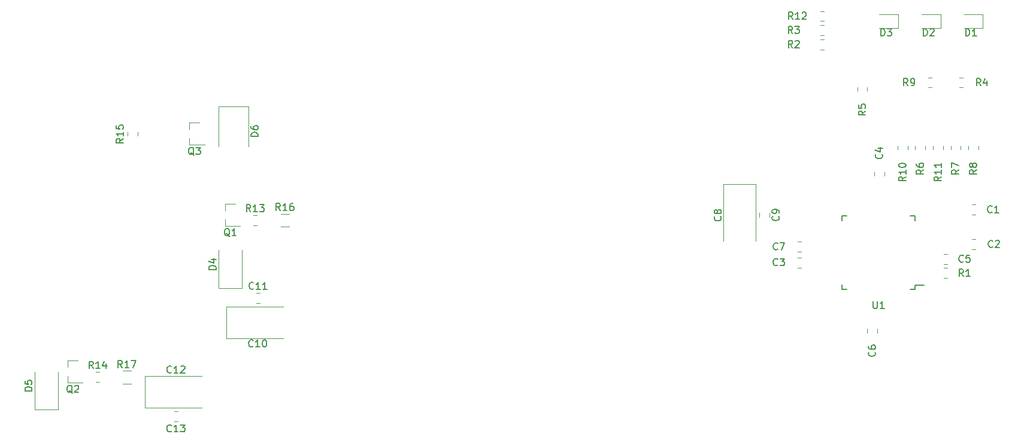
<source format=gto>
G04 #@! TF.GenerationSoftware,KiCad,Pcbnew,5.1.5+dfsg1-2build2*
G04 #@! TF.CreationDate,2021-08-31T16:13:46+02:00*
G04 #@! TF.ProjectId,Plant care system,506c616e-7420-4636-9172-652073797374,rev?*
G04 #@! TF.SameCoordinates,Original*
G04 #@! TF.FileFunction,Legend,Top*
G04 #@! TF.FilePolarity,Positive*
%FSLAX46Y46*%
G04 Gerber Fmt 4.6, Leading zero omitted, Abs format (unit mm)*
G04 Created by KiCad (PCBNEW 5.1.5+dfsg1-2build2) date 2021-08-31 16:13:46*
%MOMM*%
%LPD*%
G04 APERTURE LIST*
%ADD10C,0.120000*%
%ADD11C,0.150000*%
G04 APERTURE END LIST*
D10*
X188547500Y-25340000D02*
X185862500Y-25340000D01*
X188547500Y-27260000D02*
X188547500Y-25340000D01*
X185862500Y-27260000D02*
X188547500Y-27260000D01*
X194547500Y-25340000D02*
X191862500Y-25340000D01*
X194547500Y-27260000D02*
X194547500Y-25340000D01*
X191862500Y-27260000D02*
X194547500Y-27260000D01*
X182547500Y-25340000D02*
X179862500Y-25340000D01*
X182547500Y-27260000D02*
X182547500Y-25340000D01*
X179862500Y-27260000D02*
X182547500Y-27260000D01*
D11*
X184975000Y-64275000D02*
X184975000Y-63700000D01*
X174625000Y-64275000D02*
X174625000Y-63600000D01*
X174625000Y-53925000D02*
X174625000Y-54600000D01*
X184975000Y-53925000D02*
X184975000Y-54600000D01*
X184975000Y-64275000D02*
X184300000Y-64275000D01*
X184975000Y-53925000D02*
X184300000Y-53925000D01*
X174625000Y-53925000D02*
X175300000Y-53925000D01*
X174625000Y-64275000D02*
X175300000Y-64275000D01*
X184975000Y-63700000D02*
X186250000Y-63700000D01*
D10*
X172121078Y-26310000D02*
X171603922Y-26310000D01*
X172121078Y-24890000D02*
X171603922Y-24890000D01*
X172121078Y-26890000D02*
X171603922Y-26890000D01*
X172121078Y-28310000D02*
X171603922Y-28310000D01*
X172121078Y-30310000D02*
X171603922Y-30310000D01*
X172121078Y-28890000D02*
X171603922Y-28890000D01*
X193003922Y-52290000D02*
X193521078Y-52290000D01*
X193003922Y-53710000D02*
X193521078Y-53710000D01*
X193003922Y-58610000D02*
X193521078Y-58610000D01*
X193003922Y-57190000D02*
X193521078Y-57190000D01*
X168378922Y-59790000D02*
X168896078Y-59790000D01*
X168378922Y-61210000D02*
X168896078Y-61210000D01*
X180610000Y-47678922D02*
X180610000Y-48196078D01*
X179190000Y-47678922D02*
X179190000Y-48196078D01*
X189521078Y-59290000D02*
X189003922Y-59290000D01*
X189521078Y-60710000D02*
X189003922Y-60710000D01*
X179610000Y-70446078D02*
X179610000Y-69928922D01*
X178190000Y-70446078D02*
X178190000Y-69928922D01*
X168378922Y-58960000D02*
X168896078Y-58960000D01*
X168378922Y-57540000D02*
X168896078Y-57540000D01*
X162410000Y-57450000D02*
X162410000Y-49390000D01*
X162410000Y-49390000D02*
X157890000Y-49390000D01*
X157890000Y-49390000D02*
X157890000Y-57450000D01*
X162940000Y-53503922D02*
X162940000Y-54021078D01*
X164360000Y-53503922D02*
X164360000Y-54021078D01*
X86500000Y-64150000D02*
X89800000Y-64150000D01*
X89800000Y-64150000D02*
X89800000Y-58750000D01*
X86500000Y-64150000D02*
X86500000Y-58750000D01*
X60500000Y-81350000D02*
X63800000Y-81350000D01*
X63800000Y-81350000D02*
X63800000Y-75950000D01*
X60500000Y-81350000D02*
X60500000Y-75950000D01*
X90750000Y-38350000D02*
X86450000Y-38350000D01*
X86450000Y-38350000D02*
X86450000Y-44050000D01*
X90750000Y-38350000D02*
X90750000Y-44050000D01*
X87390000Y-52170000D02*
X87390000Y-53100000D01*
X87390000Y-55330000D02*
X87390000Y-54400000D01*
X87390000Y-55330000D02*
X89550000Y-55330000D01*
X87390000Y-52170000D02*
X88850000Y-52170000D01*
X65140000Y-74370000D02*
X65140000Y-75300000D01*
X65140000Y-77530000D02*
X65140000Y-76600000D01*
X65140000Y-77530000D02*
X67300000Y-77530000D01*
X65140000Y-74370000D02*
X66600000Y-74370000D01*
X82340000Y-40670000D02*
X82340000Y-41600000D01*
X82340000Y-43830000D02*
X82340000Y-42900000D01*
X82340000Y-43830000D02*
X84500000Y-43830000D01*
X82340000Y-40670000D02*
X83800000Y-40670000D01*
X189521078Y-62710000D02*
X189003922Y-62710000D01*
X189521078Y-61290000D02*
X189003922Y-61290000D01*
X191191422Y-35710000D02*
X191708578Y-35710000D01*
X191191422Y-34290000D02*
X191708578Y-34290000D01*
X178210000Y-35678922D02*
X178210000Y-36196078D01*
X176790000Y-35678922D02*
X176790000Y-36196078D01*
X184990000Y-43941422D02*
X184990000Y-44458578D01*
X186410000Y-43941422D02*
X186410000Y-44458578D01*
X189990000Y-43941422D02*
X189990000Y-44458578D01*
X191410000Y-43941422D02*
X191410000Y-44458578D01*
X193910000Y-43941422D02*
X193910000Y-44458578D01*
X192490000Y-43941422D02*
X192490000Y-44458578D01*
X187296078Y-35710000D02*
X186778922Y-35710000D01*
X187296078Y-34290000D02*
X186778922Y-34290000D01*
X182490000Y-43941422D02*
X182490000Y-44458578D01*
X183910000Y-43941422D02*
X183910000Y-44458578D01*
X187490000Y-43941422D02*
X187490000Y-44458578D01*
X188910000Y-43941422D02*
X188910000Y-44458578D01*
X91391422Y-55210000D02*
X91908578Y-55210000D01*
X91391422Y-53790000D02*
X91908578Y-53790000D01*
X69141422Y-77410000D02*
X69658578Y-77410000D01*
X69141422Y-75990000D02*
X69658578Y-75990000D01*
X73590000Y-42028922D02*
X73590000Y-42546078D01*
X75010000Y-42028922D02*
X75010000Y-42546078D01*
X95650000Y-66740000D02*
X87590000Y-66740000D01*
X87590000Y-66740000D02*
X87590000Y-71260000D01*
X87590000Y-71260000D02*
X95650000Y-71260000D01*
X91803922Y-64790000D02*
X92321078Y-64790000D01*
X91803922Y-66210000D02*
X92321078Y-66210000D01*
X76040000Y-81060000D02*
X84100000Y-81060000D01*
X76040000Y-76540000D02*
X76040000Y-81060000D01*
X84100000Y-76540000D02*
X76040000Y-76540000D01*
X80191422Y-83010000D02*
X80708578Y-83010000D01*
X80191422Y-81590000D02*
X80708578Y-81590000D01*
X95247936Y-53590000D02*
X96452064Y-53590000D01*
X95247936Y-55410000D02*
X96452064Y-55410000D01*
X72897936Y-77660000D02*
X74102064Y-77660000D01*
X72897936Y-75840000D02*
X74102064Y-75840000D01*
D11*
X186124404Y-28402380D02*
X186124404Y-27402380D01*
X186362500Y-27402380D01*
X186505357Y-27450000D01*
X186600595Y-27545238D01*
X186648214Y-27640476D01*
X186695833Y-27830952D01*
X186695833Y-27973809D01*
X186648214Y-28164285D01*
X186600595Y-28259523D01*
X186505357Y-28354761D01*
X186362500Y-28402380D01*
X186124404Y-28402380D01*
X187076785Y-27497619D02*
X187124404Y-27450000D01*
X187219642Y-27402380D01*
X187457738Y-27402380D01*
X187552976Y-27450000D01*
X187600595Y-27497619D01*
X187648214Y-27592857D01*
X187648214Y-27688095D01*
X187600595Y-27830952D01*
X187029166Y-28402380D01*
X187648214Y-28402380D01*
X192124404Y-28402380D02*
X192124404Y-27402380D01*
X192362500Y-27402380D01*
X192505357Y-27450000D01*
X192600595Y-27545238D01*
X192648214Y-27640476D01*
X192695833Y-27830952D01*
X192695833Y-27973809D01*
X192648214Y-28164285D01*
X192600595Y-28259523D01*
X192505357Y-28354761D01*
X192362500Y-28402380D01*
X192124404Y-28402380D01*
X193648214Y-28402380D02*
X193076785Y-28402380D01*
X193362500Y-28402380D02*
X193362500Y-27402380D01*
X193267261Y-27545238D01*
X193172023Y-27640476D01*
X193076785Y-27688095D01*
X180124404Y-28402380D02*
X180124404Y-27402380D01*
X180362500Y-27402380D01*
X180505357Y-27450000D01*
X180600595Y-27545238D01*
X180648214Y-27640476D01*
X180695833Y-27830952D01*
X180695833Y-27973809D01*
X180648214Y-28164285D01*
X180600595Y-28259523D01*
X180505357Y-28354761D01*
X180362500Y-28402380D01*
X180124404Y-28402380D01*
X181029166Y-27402380D02*
X181648214Y-27402380D01*
X181314880Y-27783333D01*
X181457738Y-27783333D01*
X181552976Y-27830952D01*
X181600595Y-27878571D01*
X181648214Y-27973809D01*
X181648214Y-28211904D01*
X181600595Y-28307142D01*
X181552976Y-28354761D01*
X181457738Y-28402380D01*
X181172023Y-28402380D01*
X181076785Y-28354761D01*
X181029166Y-28307142D01*
X179038095Y-66002380D02*
X179038095Y-66811904D01*
X179085714Y-66907142D01*
X179133333Y-66954761D01*
X179228571Y-67002380D01*
X179419047Y-67002380D01*
X179514285Y-66954761D01*
X179561904Y-66907142D01*
X179609523Y-66811904D01*
X179609523Y-66002380D01*
X180609523Y-67002380D02*
X180038095Y-67002380D01*
X180323809Y-67002380D02*
X180323809Y-66002380D01*
X180228571Y-66145238D01*
X180133333Y-66240476D01*
X180038095Y-66288095D01*
X167657142Y-26052380D02*
X167323809Y-25576190D01*
X167085714Y-26052380D02*
X167085714Y-25052380D01*
X167466666Y-25052380D01*
X167561904Y-25100000D01*
X167609523Y-25147619D01*
X167657142Y-25242857D01*
X167657142Y-25385714D01*
X167609523Y-25480952D01*
X167561904Y-25528571D01*
X167466666Y-25576190D01*
X167085714Y-25576190D01*
X168609523Y-26052380D02*
X168038095Y-26052380D01*
X168323809Y-26052380D02*
X168323809Y-25052380D01*
X168228571Y-25195238D01*
X168133333Y-25290476D01*
X168038095Y-25338095D01*
X168990476Y-25147619D02*
X169038095Y-25100000D01*
X169133333Y-25052380D01*
X169371428Y-25052380D01*
X169466666Y-25100000D01*
X169514285Y-25147619D01*
X169561904Y-25242857D01*
X169561904Y-25338095D01*
X169514285Y-25480952D01*
X168942857Y-26052380D01*
X169561904Y-26052380D01*
X167633333Y-28052380D02*
X167300000Y-27576190D01*
X167061904Y-28052380D02*
X167061904Y-27052380D01*
X167442857Y-27052380D01*
X167538095Y-27100000D01*
X167585714Y-27147619D01*
X167633333Y-27242857D01*
X167633333Y-27385714D01*
X167585714Y-27480952D01*
X167538095Y-27528571D01*
X167442857Y-27576190D01*
X167061904Y-27576190D01*
X167966666Y-27052380D02*
X168585714Y-27052380D01*
X168252380Y-27433333D01*
X168395238Y-27433333D01*
X168490476Y-27480952D01*
X168538095Y-27528571D01*
X168585714Y-27623809D01*
X168585714Y-27861904D01*
X168538095Y-27957142D01*
X168490476Y-28004761D01*
X168395238Y-28052380D01*
X168109523Y-28052380D01*
X168014285Y-28004761D01*
X167966666Y-27957142D01*
X167633333Y-30052380D02*
X167300000Y-29576190D01*
X167061904Y-30052380D02*
X167061904Y-29052380D01*
X167442857Y-29052380D01*
X167538095Y-29100000D01*
X167585714Y-29147619D01*
X167633333Y-29242857D01*
X167633333Y-29385714D01*
X167585714Y-29480952D01*
X167538095Y-29528571D01*
X167442857Y-29576190D01*
X167061904Y-29576190D01*
X168014285Y-29147619D02*
X168061904Y-29100000D01*
X168157142Y-29052380D01*
X168395238Y-29052380D01*
X168490476Y-29100000D01*
X168538095Y-29147619D01*
X168585714Y-29242857D01*
X168585714Y-29338095D01*
X168538095Y-29480952D01*
X167966666Y-30052380D01*
X168585714Y-30052380D01*
X195833333Y-53357142D02*
X195785714Y-53404761D01*
X195642857Y-53452380D01*
X195547619Y-53452380D01*
X195404761Y-53404761D01*
X195309523Y-53309523D01*
X195261904Y-53214285D01*
X195214285Y-53023809D01*
X195214285Y-52880952D01*
X195261904Y-52690476D01*
X195309523Y-52595238D01*
X195404761Y-52500000D01*
X195547619Y-52452380D01*
X195642857Y-52452380D01*
X195785714Y-52500000D01*
X195833333Y-52547619D01*
X196785714Y-53452380D02*
X196214285Y-53452380D01*
X196500000Y-53452380D02*
X196500000Y-52452380D01*
X196404761Y-52595238D01*
X196309523Y-52690476D01*
X196214285Y-52738095D01*
X195933333Y-58257142D02*
X195885714Y-58304761D01*
X195742857Y-58352380D01*
X195647619Y-58352380D01*
X195504761Y-58304761D01*
X195409523Y-58209523D01*
X195361904Y-58114285D01*
X195314285Y-57923809D01*
X195314285Y-57780952D01*
X195361904Y-57590476D01*
X195409523Y-57495238D01*
X195504761Y-57400000D01*
X195647619Y-57352380D01*
X195742857Y-57352380D01*
X195885714Y-57400000D01*
X195933333Y-57447619D01*
X196314285Y-57447619D02*
X196361904Y-57400000D01*
X196457142Y-57352380D01*
X196695238Y-57352380D01*
X196790476Y-57400000D01*
X196838095Y-57447619D01*
X196885714Y-57542857D01*
X196885714Y-57638095D01*
X196838095Y-57780952D01*
X196266666Y-58352380D01*
X196885714Y-58352380D01*
X165533333Y-60857142D02*
X165485714Y-60904761D01*
X165342857Y-60952380D01*
X165247619Y-60952380D01*
X165104761Y-60904761D01*
X165009523Y-60809523D01*
X164961904Y-60714285D01*
X164914285Y-60523809D01*
X164914285Y-60380952D01*
X164961904Y-60190476D01*
X165009523Y-60095238D01*
X165104761Y-60000000D01*
X165247619Y-59952380D01*
X165342857Y-59952380D01*
X165485714Y-60000000D01*
X165533333Y-60047619D01*
X165866666Y-59952380D02*
X166485714Y-59952380D01*
X166152380Y-60333333D01*
X166295238Y-60333333D01*
X166390476Y-60380952D01*
X166438095Y-60428571D01*
X166485714Y-60523809D01*
X166485714Y-60761904D01*
X166438095Y-60857142D01*
X166390476Y-60904761D01*
X166295238Y-60952380D01*
X166009523Y-60952380D01*
X165914285Y-60904761D01*
X165866666Y-60857142D01*
X180257142Y-45166666D02*
X180304761Y-45214285D01*
X180352380Y-45357142D01*
X180352380Y-45452380D01*
X180304761Y-45595238D01*
X180209523Y-45690476D01*
X180114285Y-45738095D01*
X179923809Y-45785714D01*
X179780952Y-45785714D01*
X179590476Y-45738095D01*
X179495238Y-45690476D01*
X179400000Y-45595238D01*
X179352380Y-45452380D01*
X179352380Y-45357142D01*
X179400000Y-45214285D01*
X179447619Y-45166666D01*
X179685714Y-44309523D02*
X180352380Y-44309523D01*
X179304761Y-44547619D02*
X180019047Y-44785714D01*
X180019047Y-44166666D01*
X191783333Y-60357142D02*
X191735714Y-60404761D01*
X191592857Y-60452380D01*
X191497619Y-60452380D01*
X191354761Y-60404761D01*
X191259523Y-60309523D01*
X191211904Y-60214285D01*
X191164285Y-60023809D01*
X191164285Y-59880952D01*
X191211904Y-59690476D01*
X191259523Y-59595238D01*
X191354761Y-59500000D01*
X191497619Y-59452380D01*
X191592857Y-59452380D01*
X191735714Y-59500000D01*
X191783333Y-59547619D01*
X192688095Y-59452380D02*
X192211904Y-59452380D01*
X192164285Y-59928571D01*
X192211904Y-59880952D01*
X192307142Y-59833333D01*
X192545238Y-59833333D01*
X192640476Y-59880952D01*
X192688095Y-59928571D01*
X192735714Y-60023809D01*
X192735714Y-60261904D01*
X192688095Y-60357142D01*
X192640476Y-60404761D01*
X192545238Y-60452380D01*
X192307142Y-60452380D01*
X192211904Y-60404761D01*
X192164285Y-60357142D01*
X179257142Y-73166666D02*
X179304761Y-73214285D01*
X179352380Y-73357142D01*
X179352380Y-73452380D01*
X179304761Y-73595238D01*
X179209523Y-73690476D01*
X179114285Y-73738095D01*
X178923809Y-73785714D01*
X178780952Y-73785714D01*
X178590476Y-73738095D01*
X178495238Y-73690476D01*
X178400000Y-73595238D01*
X178352380Y-73452380D01*
X178352380Y-73357142D01*
X178400000Y-73214285D01*
X178447619Y-73166666D01*
X178352380Y-72309523D02*
X178352380Y-72500000D01*
X178400000Y-72595238D01*
X178447619Y-72642857D01*
X178590476Y-72738095D01*
X178780952Y-72785714D01*
X179161904Y-72785714D01*
X179257142Y-72738095D01*
X179304761Y-72690476D01*
X179352380Y-72595238D01*
X179352380Y-72404761D01*
X179304761Y-72309523D01*
X179257142Y-72261904D01*
X179161904Y-72214285D01*
X178923809Y-72214285D01*
X178828571Y-72261904D01*
X178780952Y-72309523D01*
X178733333Y-72404761D01*
X178733333Y-72595238D01*
X178780952Y-72690476D01*
X178828571Y-72738095D01*
X178923809Y-72785714D01*
X165533333Y-58607142D02*
X165485714Y-58654761D01*
X165342857Y-58702380D01*
X165247619Y-58702380D01*
X165104761Y-58654761D01*
X165009523Y-58559523D01*
X164961904Y-58464285D01*
X164914285Y-58273809D01*
X164914285Y-58130952D01*
X164961904Y-57940476D01*
X165009523Y-57845238D01*
X165104761Y-57750000D01*
X165247619Y-57702380D01*
X165342857Y-57702380D01*
X165485714Y-57750000D01*
X165533333Y-57797619D01*
X165866666Y-57702380D02*
X166533333Y-57702380D01*
X166104761Y-58702380D01*
X157457142Y-53966666D02*
X157504761Y-54014285D01*
X157552380Y-54157142D01*
X157552380Y-54252380D01*
X157504761Y-54395238D01*
X157409523Y-54490476D01*
X157314285Y-54538095D01*
X157123809Y-54585714D01*
X156980952Y-54585714D01*
X156790476Y-54538095D01*
X156695238Y-54490476D01*
X156600000Y-54395238D01*
X156552380Y-54252380D01*
X156552380Y-54157142D01*
X156600000Y-54014285D01*
X156647619Y-53966666D01*
X156980952Y-53395238D02*
X156933333Y-53490476D01*
X156885714Y-53538095D01*
X156790476Y-53585714D01*
X156742857Y-53585714D01*
X156647619Y-53538095D01*
X156600000Y-53490476D01*
X156552380Y-53395238D01*
X156552380Y-53204761D01*
X156600000Y-53109523D01*
X156647619Y-53061904D01*
X156742857Y-53014285D01*
X156790476Y-53014285D01*
X156885714Y-53061904D01*
X156933333Y-53109523D01*
X156980952Y-53204761D01*
X156980952Y-53395238D01*
X157028571Y-53490476D01*
X157076190Y-53538095D01*
X157171428Y-53585714D01*
X157361904Y-53585714D01*
X157457142Y-53538095D01*
X157504761Y-53490476D01*
X157552380Y-53395238D01*
X157552380Y-53204761D01*
X157504761Y-53109523D01*
X157457142Y-53061904D01*
X157361904Y-53014285D01*
X157171428Y-53014285D01*
X157076190Y-53061904D01*
X157028571Y-53109523D01*
X156980952Y-53204761D01*
X165657142Y-53929166D02*
X165704761Y-53976785D01*
X165752380Y-54119642D01*
X165752380Y-54214880D01*
X165704761Y-54357738D01*
X165609523Y-54452976D01*
X165514285Y-54500595D01*
X165323809Y-54548214D01*
X165180952Y-54548214D01*
X164990476Y-54500595D01*
X164895238Y-54452976D01*
X164800000Y-54357738D01*
X164752380Y-54214880D01*
X164752380Y-54119642D01*
X164800000Y-53976785D01*
X164847619Y-53929166D01*
X165752380Y-53452976D02*
X165752380Y-53262500D01*
X165704761Y-53167261D01*
X165657142Y-53119642D01*
X165514285Y-53024404D01*
X165323809Y-52976785D01*
X164942857Y-52976785D01*
X164847619Y-53024404D01*
X164800000Y-53072023D01*
X164752380Y-53167261D01*
X164752380Y-53357738D01*
X164800000Y-53452976D01*
X164847619Y-53500595D01*
X164942857Y-53548214D01*
X165180952Y-53548214D01*
X165276190Y-53500595D01*
X165323809Y-53452976D01*
X165371428Y-53357738D01*
X165371428Y-53167261D01*
X165323809Y-53072023D01*
X165276190Y-53024404D01*
X165180952Y-52976785D01*
X86102380Y-61488095D02*
X85102380Y-61488095D01*
X85102380Y-61250000D01*
X85150000Y-61107142D01*
X85245238Y-61011904D01*
X85340476Y-60964285D01*
X85530952Y-60916666D01*
X85673809Y-60916666D01*
X85864285Y-60964285D01*
X85959523Y-61011904D01*
X86054761Y-61107142D01*
X86102380Y-61250000D01*
X86102380Y-61488095D01*
X85435714Y-60059523D02*
X86102380Y-60059523D01*
X85054761Y-60297619D02*
X85769047Y-60535714D01*
X85769047Y-59916666D01*
X60102380Y-78688095D02*
X59102380Y-78688095D01*
X59102380Y-78450000D01*
X59150000Y-78307142D01*
X59245238Y-78211904D01*
X59340476Y-78164285D01*
X59530952Y-78116666D01*
X59673809Y-78116666D01*
X59864285Y-78164285D01*
X59959523Y-78211904D01*
X60054761Y-78307142D01*
X60102380Y-78450000D01*
X60102380Y-78688095D01*
X59102380Y-77211904D02*
X59102380Y-77688095D01*
X59578571Y-77735714D01*
X59530952Y-77688095D01*
X59483333Y-77592857D01*
X59483333Y-77354761D01*
X59530952Y-77259523D01*
X59578571Y-77211904D01*
X59673809Y-77164285D01*
X59911904Y-77164285D01*
X60007142Y-77211904D01*
X60054761Y-77259523D01*
X60102380Y-77354761D01*
X60102380Y-77592857D01*
X60054761Y-77688095D01*
X60007142Y-77735714D01*
X92052380Y-42638095D02*
X91052380Y-42638095D01*
X91052380Y-42400000D01*
X91100000Y-42257142D01*
X91195238Y-42161904D01*
X91290476Y-42114285D01*
X91480952Y-42066666D01*
X91623809Y-42066666D01*
X91814285Y-42114285D01*
X91909523Y-42161904D01*
X92004761Y-42257142D01*
X92052380Y-42400000D01*
X92052380Y-42638095D01*
X91052380Y-41209523D02*
X91052380Y-41400000D01*
X91100000Y-41495238D01*
X91147619Y-41542857D01*
X91290476Y-41638095D01*
X91480952Y-41685714D01*
X91861904Y-41685714D01*
X91957142Y-41638095D01*
X92004761Y-41590476D01*
X92052380Y-41495238D01*
X92052380Y-41304761D01*
X92004761Y-41209523D01*
X91957142Y-41161904D01*
X91861904Y-41114285D01*
X91623809Y-41114285D01*
X91528571Y-41161904D01*
X91480952Y-41209523D01*
X91433333Y-41304761D01*
X91433333Y-41495238D01*
X91480952Y-41590476D01*
X91528571Y-41638095D01*
X91623809Y-41685714D01*
X88054761Y-56797619D02*
X87959523Y-56750000D01*
X87864285Y-56654761D01*
X87721428Y-56511904D01*
X87626190Y-56464285D01*
X87530952Y-56464285D01*
X87578571Y-56702380D02*
X87483333Y-56654761D01*
X87388095Y-56559523D01*
X87340476Y-56369047D01*
X87340476Y-56035714D01*
X87388095Y-55845238D01*
X87483333Y-55750000D01*
X87578571Y-55702380D01*
X87769047Y-55702380D01*
X87864285Y-55750000D01*
X87959523Y-55845238D01*
X88007142Y-56035714D01*
X88007142Y-56369047D01*
X87959523Y-56559523D01*
X87864285Y-56654761D01*
X87769047Y-56702380D01*
X87578571Y-56702380D01*
X88959523Y-56702380D02*
X88388095Y-56702380D01*
X88673809Y-56702380D02*
X88673809Y-55702380D01*
X88578571Y-55845238D01*
X88483333Y-55940476D01*
X88388095Y-55988095D01*
X65804761Y-78997619D02*
X65709523Y-78950000D01*
X65614285Y-78854761D01*
X65471428Y-78711904D01*
X65376190Y-78664285D01*
X65280952Y-78664285D01*
X65328571Y-78902380D02*
X65233333Y-78854761D01*
X65138095Y-78759523D01*
X65090476Y-78569047D01*
X65090476Y-78235714D01*
X65138095Y-78045238D01*
X65233333Y-77950000D01*
X65328571Y-77902380D01*
X65519047Y-77902380D01*
X65614285Y-77950000D01*
X65709523Y-78045238D01*
X65757142Y-78235714D01*
X65757142Y-78569047D01*
X65709523Y-78759523D01*
X65614285Y-78854761D01*
X65519047Y-78902380D01*
X65328571Y-78902380D01*
X66138095Y-77997619D02*
X66185714Y-77950000D01*
X66280952Y-77902380D01*
X66519047Y-77902380D01*
X66614285Y-77950000D01*
X66661904Y-77997619D01*
X66709523Y-78092857D01*
X66709523Y-78188095D01*
X66661904Y-78330952D01*
X66090476Y-78902380D01*
X66709523Y-78902380D01*
X83004761Y-45297619D02*
X82909523Y-45250000D01*
X82814285Y-45154761D01*
X82671428Y-45011904D01*
X82576190Y-44964285D01*
X82480952Y-44964285D01*
X82528571Y-45202380D02*
X82433333Y-45154761D01*
X82338095Y-45059523D01*
X82290476Y-44869047D01*
X82290476Y-44535714D01*
X82338095Y-44345238D01*
X82433333Y-44250000D01*
X82528571Y-44202380D01*
X82719047Y-44202380D01*
X82814285Y-44250000D01*
X82909523Y-44345238D01*
X82957142Y-44535714D01*
X82957142Y-44869047D01*
X82909523Y-45059523D01*
X82814285Y-45154761D01*
X82719047Y-45202380D01*
X82528571Y-45202380D01*
X83290476Y-44202380D02*
X83909523Y-44202380D01*
X83576190Y-44583333D01*
X83719047Y-44583333D01*
X83814285Y-44630952D01*
X83861904Y-44678571D01*
X83909523Y-44773809D01*
X83909523Y-45011904D01*
X83861904Y-45107142D01*
X83814285Y-45154761D01*
X83719047Y-45202380D01*
X83433333Y-45202380D01*
X83338095Y-45154761D01*
X83290476Y-45107142D01*
X191783333Y-62452380D02*
X191450000Y-61976190D01*
X191211904Y-62452380D02*
X191211904Y-61452380D01*
X191592857Y-61452380D01*
X191688095Y-61500000D01*
X191735714Y-61547619D01*
X191783333Y-61642857D01*
X191783333Y-61785714D01*
X191735714Y-61880952D01*
X191688095Y-61928571D01*
X191592857Y-61976190D01*
X191211904Y-61976190D01*
X192735714Y-62452380D02*
X192164285Y-62452380D01*
X192450000Y-62452380D02*
X192450000Y-61452380D01*
X192354761Y-61595238D01*
X192259523Y-61690476D01*
X192164285Y-61738095D01*
X194220833Y-35452380D02*
X193887500Y-34976190D01*
X193649404Y-35452380D02*
X193649404Y-34452380D01*
X194030357Y-34452380D01*
X194125595Y-34500000D01*
X194173214Y-34547619D01*
X194220833Y-34642857D01*
X194220833Y-34785714D01*
X194173214Y-34880952D01*
X194125595Y-34928571D01*
X194030357Y-34976190D01*
X193649404Y-34976190D01*
X195077976Y-34785714D02*
X195077976Y-35452380D01*
X194839880Y-34404761D02*
X194601785Y-35119047D01*
X195220833Y-35119047D01*
X177952380Y-39041666D02*
X177476190Y-39375000D01*
X177952380Y-39613095D02*
X176952380Y-39613095D01*
X176952380Y-39232142D01*
X177000000Y-39136904D01*
X177047619Y-39089285D01*
X177142857Y-39041666D01*
X177285714Y-39041666D01*
X177380952Y-39089285D01*
X177428571Y-39136904D01*
X177476190Y-39232142D01*
X177476190Y-39613095D01*
X176952380Y-38136904D02*
X176952380Y-38613095D01*
X177428571Y-38660714D01*
X177380952Y-38613095D01*
X177333333Y-38517857D01*
X177333333Y-38279761D01*
X177380952Y-38184523D01*
X177428571Y-38136904D01*
X177523809Y-38089285D01*
X177761904Y-38089285D01*
X177857142Y-38136904D01*
X177904761Y-38184523D01*
X177952380Y-38279761D01*
X177952380Y-38517857D01*
X177904761Y-38613095D01*
X177857142Y-38660714D01*
X186152380Y-47366666D02*
X185676190Y-47700000D01*
X186152380Y-47938095D02*
X185152380Y-47938095D01*
X185152380Y-47557142D01*
X185200000Y-47461904D01*
X185247619Y-47414285D01*
X185342857Y-47366666D01*
X185485714Y-47366666D01*
X185580952Y-47414285D01*
X185628571Y-47461904D01*
X185676190Y-47557142D01*
X185676190Y-47938095D01*
X185152380Y-46509523D02*
X185152380Y-46700000D01*
X185200000Y-46795238D01*
X185247619Y-46842857D01*
X185390476Y-46938095D01*
X185580952Y-46985714D01*
X185961904Y-46985714D01*
X186057142Y-46938095D01*
X186104761Y-46890476D01*
X186152380Y-46795238D01*
X186152380Y-46604761D01*
X186104761Y-46509523D01*
X186057142Y-46461904D01*
X185961904Y-46414285D01*
X185723809Y-46414285D01*
X185628571Y-46461904D01*
X185580952Y-46509523D01*
X185533333Y-46604761D01*
X185533333Y-46795238D01*
X185580952Y-46890476D01*
X185628571Y-46938095D01*
X185723809Y-46985714D01*
X191152380Y-47366666D02*
X190676190Y-47700000D01*
X191152380Y-47938095D02*
X190152380Y-47938095D01*
X190152380Y-47557142D01*
X190200000Y-47461904D01*
X190247619Y-47414285D01*
X190342857Y-47366666D01*
X190485714Y-47366666D01*
X190580952Y-47414285D01*
X190628571Y-47461904D01*
X190676190Y-47557142D01*
X190676190Y-47938095D01*
X190152380Y-47033333D02*
X190152380Y-46366666D01*
X191152380Y-46795238D01*
X193652380Y-47366666D02*
X193176190Y-47700000D01*
X193652380Y-47938095D02*
X192652380Y-47938095D01*
X192652380Y-47557142D01*
X192700000Y-47461904D01*
X192747619Y-47414285D01*
X192842857Y-47366666D01*
X192985714Y-47366666D01*
X193080952Y-47414285D01*
X193128571Y-47461904D01*
X193176190Y-47557142D01*
X193176190Y-47938095D01*
X193080952Y-46795238D02*
X193033333Y-46890476D01*
X192985714Y-46938095D01*
X192890476Y-46985714D01*
X192842857Y-46985714D01*
X192747619Y-46938095D01*
X192700000Y-46890476D01*
X192652380Y-46795238D01*
X192652380Y-46604761D01*
X192700000Y-46509523D01*
X192747619Y-46461904D01*
X192842857Y-46414285D01*
X192890476Y-46414285D01*
X192985714Y-46461904D01*
X193033333Y-46509523D01*
X193080952Y-46604761D01*
X193080952Y-46795238D01*
X193128571Y-46890476D01*
X193176190Y-46938095D01*
X193271428Y-46985714D01*
X193461904Y-46985714D01*
X193557142Y-46938095D01*
X193604761Y-46890476D01*
X193652380Y-46795238D01*
X193652380Y-46604761D01*
X193604761Y-46509523D01*
X193557142Y-46461904D01*
X193461904Y-46414285D01*
X193271428Y-46414285D01*
X193176190Y-46461904D01*
X193128571Y-46509523D01*
X193080952Y-46604761D01*
X183933333Y-35452380D02*
X183600000Y-34976190D01*
X183361904Y-35452380D02*
X183361904Y-34452380D01*
X183742857Y-34452380D01*
X183838095Y-34500000D01*
X183885714Y-34547619D01*
X183933333Y-34642857D01*
X183933333Y-34785714D01*
X183885714Y-34880952D01*
X183838095Y-34928571D01*
X183742857Y-34976190D01*
X183361904Y-34976190D01*
X184409523Y-35452380D02*
X184600000Y-35452380D01*
X184695238Y-35404761D01*
X184742857Y-35357142D01*
X184838095Y-35214285D01*
X184885714Y-35023809D01*
X184885714Y-34642857D01*
X184838095Y-34547619D01*
X184790476Y-34500000D01*
X184695238Y-34452380D01*
X184504761Y-34452380D01*
X184409523Y-34500000D01*
X184361904Y-34547619D01*
X184314285Y-34642857D01*
X184314285Y-34880952D01*
X184361904Y-34976190D01*
X184409523Y-35023809D01*
X184504761Y-35071428D01*
X184695238Y-35071428D01*
X184790476Y-35023809D01*
X184838095Y-34976190D01*
X184885714Y-34880952D01*
X183652380Y-48342857D02*
X183176190Y-48676190D01*
X183652380Y-48914285D02*
X182652380Y-48914285D01*
X182652380Y-48533333D01*
X182700000Y-48438095D01*
X182747619Y-48390476D01*
X182842857Y-48342857D01*
X182985714Y-48342857D01*
X183080952Y-48390476D01*
X183128571Y-48438095D01*
X183176190Y-48533333D01*
X183176190Y-48914285D01*
X183652380Y-47390476D02*
X183652380Y-47961904D01*
X183652380Y-47676190D02*
X182652380Y-47676190D01*
X182795238Y-47771428D01*
X182890476Y-47866666D01*
X182938095Y-47961904D01*
X182652380Y-46771428D02*
X182652380Y-46676190D01*
X182700000Y-46580952D01*
X182747619Y-46533333D01*
X182842857Y-46485714D01*
X183033333Y-46438095D01*
X183271428Y-46438095D01*
X183461904Y-46485714D01*
X183557142Y-46533333D01*
X183604761Y-46580952D01*
X183652380Y-46676190D01*
X183652380Y-46771428D01*
X183604761Y-46866666D01*
X183557142Y-46914285D01*
X183461904Y-46961904D01*
X183271428Y-47009523D01*
X183033333Y-47009523D01*
X182842857Y-46961904D01*
X182747619Y-46914285D01*
X182700000Y-46866666D01*
X182652380Y-46771428D01*
X188652380Y-48342857D02*
X188176190Y-48676190D01*
X188652380Y-48914285D02*
X187652380Y-48914285D01*
X187652380Y-48533333D01*
X187700000Y-48438095D01*
X187747619Y-48390476D01*
X187842857Y-48342857D01*
X187985714Y-48342857D01*
X188080952Y-48390476D01*
X188128571Y-48438095D01*
X188176190Y-48533333D01*
X188176190Y-48914285D01*
X188652380Y-47390476D02*
X188652380Y-47961904D01*
X188652380Y-47676190D02*
X187652380Y-47676190D01*
X187795238Y-47771428D01*
X187890476Y-47866666D01*
X187938095Y-47961904D01*
X188652380Y-46438095D02*
X188652380Y-47009523D01*
X188652380Y-46723809D02*
X187652380Y-46723809D01*
X187795238Y-46819047D01*
X187890476Y-46914285D01*
X187938095Y-47009523D01*
X91007142Y-53302380D02*
X90673809Y-52826190D01*
X90435714Y-53302380D02*
X90435714Y-52302380D01*
X90816666Y-52302380D01*
X90911904Y-52350000D01*
X90959523Y-52397619D01*
X91007142Y-52492857D01*
X91007142Y-52635714D01*
X90959523Y-52730952D01*
X90911904Y-52778571D01*
X90816666Y-52826190D01*
X90435714Y-52826190D01*
X91959523Y-53302380D02*
X91388095Y-53302380D01*
X91673809Y-53302380D02*
X91673809Y-52302380D01*
X91578571Y-52445238D01*
X91483333Y-52540476D01*
X91388095Y-52588095D01*
X92292857Y-52302380D02*
X92911904Y-52302380D01*
X92578571Y-52683333D01*
X92721428Y-52683333D01*
X92816666Y-52730952D01*
X92864285Y-52778571D01*
X92911904Y-52873809D01*
X92911904Y-53111904D01*
X92864285Y-53207142D01*
X92816666Y-53254761D01*
X92721428Y-53302380D01*
X92435714Y-53302380D01*
X92340476Y-53254761D01*
X92292857Y-53207142D01*
X68757142Y-75502380D02*
X68423809Y-75026190D01*
X68185714Y-75502380D02*
X68185714Y-74502380D01*
X68566666Y-74502380D01*
X68661904Y-74550000D01*
X68709523Y-74597619D01*
X68757142Y-74692857D01*
X68757142Y-74835714D01*
X68709523Y-74930952D01*
X68661904Y-74978571D01*
X68566666Y-75026190D01*
X68185714Y-75026190D01*
X69709523Y-75502380D02*
X69138095Y-75502380D01*
X69423809Y-75502380D02*
X69423809Y-74502380D01*
X69328571Y-74645238D01*
X69233333Y-74740476D01*
X69138095Y-74788095D01*
X70566666Y-74835714D02*
X70566666Y-75502380D01*
X70328571Y-74454761D02*
X70090476Y-75169047D01*
X70709523Y-75169047D01*
X73002380Y-42942857D02*
X72526190Y-43276190D01*
X73002380Y-43514285D02*
X72002380Y-43514285D01*
X72002380Y-43133333D01*
X72050000Y-43038095D01*
X72097619Y-42990476D01*
X72192857Y-42942857D01*
X72335714Y-42942857D01*
X72430952Y-42990476D01*
X72478571Y-43038095D01*
X72526190Y-43133333D01*
X72526190Y-43514285D01*
X73002380Y-41990476D02*
X73002380Y-42561904D01*
X73002380Y-42276190D02*
X72002380Y-42276190D01*
X72145238Y-42371428D01*
X72240476Y-42466666D01*
X72288095Y-42561904D01*
X72002380Y-41085714D02*
X72002380Y-41561904D01*
X72478571Y-41609523D01*
X72430952Y-41561904D01*
X72383333Y-41466666D01*
X72383333Y-41228571D01*
X72430952Y-41133333D01*
X72478571Y-41085714D01*
X72573809Y-41038095D01*
X72811904Y-41038095D01*
X72907142Y-41085714D01*
X72954761Y-41133333D01*
X73002380Y-41228571D01*
X73002380Y-41466666D01*
X72954761Y-41561904D01*
X72907142Y-41609523D01*
X91357142Y-72357142D02*
X91309523Y-72404761D01*
X91166666Y-72452380D01*
X91071428Y-72452380D01*
X90928571Y-72404761D01*
X90833333Y-72309523D01*
X90785714Y-72214285D01*
X90738095Y-72023809D01*
X90738095Y-71880952D01*
X90785714Y-71690476D01*
X90833333Y-71595238D01*
X90928571Y-71500000D01*
X91071428Y-71452380D01*
X91166666Y-71452380D01*
X91309523Y-71500000D01*
X91357142Y-71547619D01*
X92309523Y-72452380D02*
X91738095Y-72452380D01*
X92023809Y-72452380D02*
X92023809Y-71452380D01*
X91928571Y-71595238D01*
X91833333Y-71690476D01*
X91738095Y-71738095D01*
X92928571Y-71452380D02*
X93023809Y-71452380D01*
X93119047Y-71500000D01*
X93166666Y-71547619D01*
X93214285Y-71642857D01*
X93261904Y-71833333D01*
X93261904Y-72071428D01*
X93214285Y-72261904D01*
X93166666Y-72357142D01*
X93119047Y-72404761D01*
X93023809Y-72452380D01*
X92928571Y-72452380D01*
X92833333Y-72404761D01*
X92785714Y-72357142D01*
X92738095Y-72261904D01*
X92690476Y-72071428D01*
X92690476Y-71833333D01*
X92738095Y-71642857D01*
X92785714Y-71547619D01*
X92833333Y-71500000D01*
X92928571Y-71452380D01*
X91419642Y-64207142D02*
X91372023Y-64254761D01*
X91229166Y-64302380D01*
X91133928Y-64302380D01*
X90991071Y-64254761D01*
X90895833Y-64159523D01*
X90848214Y-64064285D01*
X90800595Y-63873809D01*
X90800595Y-63730952D01*
X90848214Y-63540476D01*
X90895833Y-63445238D01*
X90991071Y-63350000D01*
X91133928Y-63302380D01*
X91229166Y-63302380D01*
X91372023Y-63350000D01*
X91419642Y-63397619D01*
X92372023Y-64302380D02*
X91800595Y-64302380D01*
X92086309Y-64302380D02*
X92086309Y-63302380D01*
X91991071Y-63445238D01*
X91895833Y-63540476D01*
X91800595Y-63588095D01*
X93324404Y-64302380D02*
X92752976Y-64302380D01*
X93038690Y-64302380D02*
X93038690Y-63302380D01*
X92943452Y-63445238D01*
X92848214Y-63540476D01*
X92752976Y-63588095D01*
X79807142Y-76057142D02*
X79759523Y-76104761D01*
X79616666Y-76152380D01*
X79521428Y-76152380D01*
X79378571Y-76104761D01*
X79283333Y-76009523D01*
X79235714Y-75914285D01*
X79188095Y-75723809D01*
X79188095Y-75580952D01*
X79235714Y-75390476D01*
X79283333Y-75295238D01*
X79378571Y-75200000D01*
X79521428Y-75152380D01*
X79616666Y-75152380D01*
X79759523Y-75200000D01*
X79807142Y-75247619D01*
X80759523Y-76152380D02*
X80188095Y-76152380D01*
X80473809Y-76152380D02*
X80473809Y-75152380D01*
X80378571Y-75295238D01*
X80283333Y-75390476D01*
X80188095Y-75438095D01*
X81140476Y-75247619D02*
X81188095Y-75200000D01*
X81283333Y-75152380D01*
X81521428Y-75152380D01*
X81616666Y-75200000D01*
X81664285Y-75247619D01*
X81711904Y-75342857D01*
X81711904Y-75438095D01*
X81664285Y-75580952D01*
X81092857Y-76152380D01*
X81711904Y-76152380D01*
X79807142Y-84394642D02*
X79759523Y-84442261D01*
X79616666Y-84489880D01*
X79521428Y-84489880D01*
X79378571Y-84442261D01*
X79283333Y-84347023D01*
X79235714Y-84251785D01*
X79188095Y-84061309D01*
X79188095Y-83918452D01*
X79235714Y-83727976D01*
X79283333Y-83632738D01*
X79378571Y-83537500D01*
X79521428Y-83489880D01*
X79616666Y-83489880D01*
X79759523Y-83537500D01*
X79807142Y-83585119D01*
X80759523Y-84489880D02*
X80188095Y-84489880D01*
X80473809Y-84489880D02*
X80473809Y-83489880D01*
X80378571Y-83632738D01*
X80283333Y-83727976D01*
X80188095Y-83775595D01*
X81092857Y-83489880D02*
X81711904Y-83489880D01*
X81378571Y-83870833D01*
X81521428Y-83870833D01*
X81616666Y-83918452D01*
X81664285Y-83966071D01*
X81711904Y-84061309D01*
X81711904Y-84299404D01*
X81664285Y-84394642D01*
X81616666Y-84442261D01*
X81521428Y-84489880D01*
X81235714Y-84489880D01*
X81140476Y-84442261D01*
X81092857Y-84394642D01*
X95207142Y-53132380D02*
X94873809Y-52656190D01*
X94635714Y-53132380D02*
X94635714Y-52132380D01*
X95016666Y-52132380D01*
X95111904Y-52180000D01*
X95159523Y-52227619D01*
X95207142Y-52322857D01*
X95207142Y-52465714D01*
X95159523Y-52560952D01*
X95111904Y-52608571D01*
X95016666Y-52656190D01*
X94635714Y-52656190D01*
X96159523Y-53132380D02*
X95588095Y-53132380D01*
X95873809Y-53132380D02*
X95873809Y-52132380D01*
X95778571Y-52275238D01*
X95683333Y-52370476D01*
X95588095Y-52418095D01*
X97016666Y-52132380D02*
X96826190Y-52132380D01*
X96730952Y-52180000D01*
X96683333Y-52227619D01*
X96588095Y-52370476D01*
X96540476Y-52560952D01*
X96540476Y-52941904D01*
X96588095Y-53037142D01*
X96635714Y-53084761D01*
X96730952Y-53132380D01*
X96921428Y-53132380D01*
X97016666Y-53084761D01*
X97064285Y-53037142D01*
X97111904Y-52941904D01*
X97111904Y-52703809D01*
X97064285Y-52608571D01*
X97016666Y-52560952D01*
X96921428Y-52513333D01*
X96730952Y-52513333D01*
X96635714Y-52560952D01*
X96588095Y-52608571D01*
X96540476Y-52703809D01*
X72857142Y-75382380D02*
X72523809Y-74906190D01*
X72285714Y-75382380D02*
X72285714Y-74382380D01*
X72666666Y-74382380D01*
X72761904Y-74430000D01*
X72809523Y-74477619D01*
X72857142Y-74572857D01*
X72857142Y-74715714D01*
X72809523Y-74810952D01*
X72761904Y-74858571D01*
X72666666Y-74906190D01*
X72285714Y-74906190D01*
X73809523Y-75382380D02*
X73238095Y-75382380D01*
X73523809Y-75382380D02*
X73523809Y-74382380D01*
X73428571Y-74525238D01*
X73333333Y-74620476D01*
X73238095Y-74668095D01*
X74142857Y-74382380D02*
X74809523Y-74382380D01*
X74380952Y-75382380D01*
M02*

</source>
